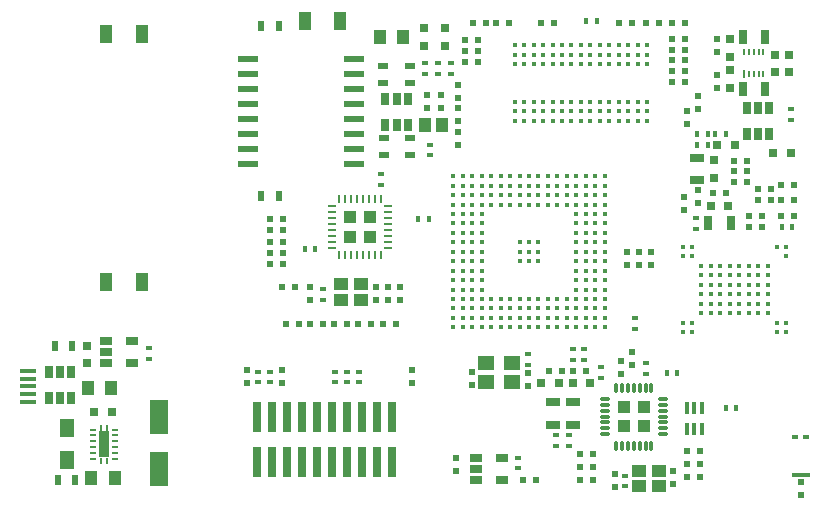
<source format=gbr>
G04 #@! TF.FileFunction,Paste,Top*
%FSLAX46Y46*%
G04 Gerber Fmt 4.6, Leading zero omitted, Abs format (unit mm)*
G04 Created by KiCad (PCBNEW 4.0.2-stable) date 2016-06-02 02:45:38*
%MOMM*%
G01*
G04 APERTURE LIST*
%ADD10C,0.100000*%
%ADD11O,0.850000X0.300000*%
%ADD12O,0.300000X0.850000*%
%ADD13R,1.005000X1.005000*%
%ADD14R,0.740000X2.550000*%
%ADD15R,0.600000X0.400000*%
%ADD16C,0.429260*%
%ADD17R,0.500000X0.600000*%
%ADD18R,0.600000X0.500000*%
%ADD19R,0.800000X0.750000*%
%ADD20R,0.750000X0.800000*%
%ADD21R,1.000000X1.250000*%
%ADD22R,0.797560X0.797560*%
%ADD23R,0.500000X0.900000*%
%ADD24R,0.400000X0.600000*%
%ADD25R,0.650000X1.060000*%
%ADD26R,1.200000X1.000000*%
%ADD27R,1.600200X2.999740*%
%ADD28C,0.400000*%
%ADD29R,0.250000X0.700000*%
%ADD30R,0.700000X0.250000*%
%ADD31R,1.035000X1.035000*%
%ADD32R,1.300000X0.700000*%
%ADD33R,0.700000X1.300000*%
%ADD34R,0.200000X0.650000*%
%ADD35R,0.200000X0.550000*%
%ADD36R,1.000000X1.600000*%
%ADD37R,0.900000X0.500000*%
%ADD38R,1.400000X1.200000*%
%ADD39R,0.500000X0.280000*%
%ADD40R,0.250000X0.600000*%
%ADD41R,0.900000X2.300000*%
%ADD42R,1.200000X1.500000*%
%ADD43R,1.060000X0.650000*%
%ADD44R,1.600000X0.400000*%
%ADD45R,0.350000X1.000000*%
%ADD46R,1.780000X0.620000*%
%ADD47C,0.398780*%
%ADD48R,1.350000X0.400000*%
G04 APERTURE END LIST*
D10*
D11*
X177317951Y-113355283D03*
X177317951Y-113855283D03*
X177317951Y-114355283D03*
X177317951Y-114855283D03*
X177317951Y-115355283D03*
X177317951Y-115855283D03*
X177317951Y-116355283D03*
D12*
X178267951Y-117305283D03*
X178767951Y-117305283D03*
X179267951Y-117305283D03*
X179767951Y-117305283D03*
X180267951Y-117305283D03*
X180767951Y-117305283D03*
X181267951Y-117305283D03*
D11*
X182217951Y-116355283D03*
X182217951Y-115855283D03*
X182217951Y-115355283D03*
X182217951Y-114855283D03*
X182217951Y-114355283D03*
X182217951Y-113855283D03*
X182217951Y-113355283D03*
D12*
X181267951Y-112405283D03*
X180767951Y-112405283D03*
X180267951Y-112405283D03*
X179767951Y-112405283D03*
X179267951Y-112405283D03*
X178767951Y-112405283D03*
X178267951Y-112405283D03*
D13*
X180605451Y-115692783D03*
X180605451Y-114017783D03*
X178930451Y-115692783D03*
X178930451Y-114017783D03*
D14*
X147910000Y-118710000D03*
X147910000Y-114900000D03*
X149180000Y-118710000D03*
X149180000Y-114900000D03*
X150450000Y-118710000D03*
X150450000Y-114900000D03*
X151720000Y-118710000D03*
X151720000Y-114900000D03*
X152990000Y-118710000D03*
X152990000Y-114900000D03*
X154260000Y-118710000D03*
X154260000Y-114900000D03*
X155530000Y-118710000D03*
X155530000Y-114900000D03*
X156800000Y-118710000D03*
X156800000Y-114900000D03*
X158070000Y-118710000D03*
X158070000Y-114900000D03*
X159340000Y-118710000D03*
X159340000Y-114900000D03*
D15*
X175600000Y-109150000D03*
X175600000Y-110050000D03*
D16*
X164501740Y-94501740D03*
X165301840Y-94501740D03*
X166101940Y-94501740D03*
X166902040Y-94501740D03*
X167702140Y-94501740D03*
X168502240Y-94501740D03*
X169302340Y-94501740D03*
X170102440Y-94501740D03*
X170900000Y-94501740D03*
X171697560Y-94501740D03*
X172497660Y-94501740D03*
X173297760Y-94501740D03*
X174097860Y-94501740D03*
X174897960Y-94501740D03*
X175698060Y-94501740D03*
X176498160Y-94501740D03*
X177298260Y-94501740D03*
X164501740Y-95301840D03*
X165301840Y-95301840D03*
X166101940Y-95301840D03*
X166902040Y-95301840D03*
X167702140Y-95301840D03*
X168502240Y-95301840D03*
X169302340Y-95301840D03*
X170102440Y-95301840D03*
X170900000Y-95301840D03*
X171697560Y-95301840D03*
X172497660Y-95301840D03*
X173297760Y-95301840D03*
X174097860Y-95301840D03*
X174897960Y-95301840D03*
X175698060Y-95301840D03*
X176498160Y-95301840D03*
X177298260Y-95301840D03*
X164501740Y-96101940D03*
X165301840Y-96101940D03*
X166101940Y-96101940D03*
X166902040Y-96101940D03*
X167702140Y-96101940D03*
X168502240Y-96101940D03*
X169302340Y-96101940D03*
X170102440Y-96101940D03*
X170900000Y-96101940D03*
X171697560Y-96101940D03*
X172497660Y-96101940D03*
X173297760Y-96101940D03*
X174097860Y-96101940D03*
X174897960Y-96101940D03*
X175698060Y-96101940D03*
X176498160Y-96101940D03*
X177298260Y-96101940D03*
X164501740Y-96902040D03*
X165301840Y-96902040D03*
X166101940Y-96902040D03*
X166902040Y-96902040D03*
X167702140Y-96902040D03*
X168502240Y-96902040D03*
X169302340Y-96902040D03*
X170102440Y-96902040D03*
X170900000Y-96902040D03*
X171697560Y-96902040D03*
X172497660Y-96902040D03*
X173297760Y-96902040D03*
X174097860Y-96902040D03*
X174897960Y-96902040D03*
X175698060Y-96902040D03*
X176498160Y-96902040D03*
X177298260Y-96902040D03*
X164501740Y-97702140D03*
X165301840Y-97702140D03*
X166101940Y-97702140D03*
X166902040Y-97702140D03*
X174897960Y-97702140D03*
X175698060Y-97702140D03*
X176498160Y-97702140D03*
X177298260Y-97702140D03*
X164501740Y-98502240D03*
X165301840Y-98502240D03*
X166101940Y-98502240D03*
X166902040Y-98502240D03*
X174897960Y-98502240D03*
X175698060Y-98502240D03*
X176498160Y-98502240D03*
X177298260Y-98502240D03*
X164501740Y-99302340D03*
X165301840Y-99302340D03*
X166101940Y-99302340D03*
X166902040Y-99302340D03*
X174897960Y-99302340D03*
X175698060Y-99302340D03*
X176498160Y-99302340D03*
X177298260Y-99302340D03*
X164501740Y-100102440D03*
X165301840Y-100102440D03*
X166101940Y-100102440D03*
X166902040Y-100102440D03*
X170102440Y-100102440D03*
X170900000Y-100102440D03*
X171697560Y-100102440D03*
X174897960Y-100102440D03*
X175698060Y-100102440D03*
X176498160Y-100102440D03*
X177298260Y-100102440D03*
X164501740Y-100900000D03*
X165301840Y-100900000D03*
X166101940Y-100900000D03*
X166902040Y-100900000D03*
X170102440Y-100900000D03*
X170900000Y-100900000D03*
X171697560Y-100900000D03*
X174897960Y-100900000D03*
X175698060Y-100900000D03*
X176498160Y-100900000D03*
X177298260Y-100900000D03*
X164501740Y-101697560D03*
X165301840Y-101697560D03*
X166101940Y-101697560D03*
X166902040Y-101697560D03*
X170102440Y-101697560D03*
X170900000Y-101697560D03*
X171697560Y-101697560D03*
X174897960Y-101697560D03*
X175698060Y-101697560D03*
X176498160Y-101697560D03*
X177298260Y-101697560D03*
X164501740Y-102497660D03*
X165301840Y-102497660D03*
X166101940Y-102497660D03*
X166902040Y-102497660D03*
X174897960Y-102497660D03*
X175698060Y-102497660D03*
X176498160Y-102497660D03*
X177298260Y-102497660D03*
X164501740Y-103297760D03*
X165301840Y-103297760D03*
X166101940Y-103297760D03*
X166902040Y-103297760D03*
X174897960Y-103297760D03*
X175698060Y-103297760D03*
X176498160Y-103297760D03*
X177298260Y-103297760D03*
X164501740Y-104097860D03*
X165301840Y-104097860D03*
X166101940Y-104097860D03*
X166902040Y-104097860D03*
X174897960Y-104097860D03*
X175698060Y-104097860D03*
X176498160Y-104097860D03*
X177298260Y-104097860D03*
X164501740Y-104897960D03*
X165301840Y-104897960D03*
X166101940Y-104897960D03*
X166902040Y-104897960D03*
X167702140Y-104897960D03*
X168502240Y-104897960D03*
X169302340Y-104897960D03*
X170102440Y-104897960D03*
X170900000Y-104897960D03*
X171697560Y-104897960D03*
X172497660Y-104897960D03*
X173297760Y-104897960D03*
X174097860Y-104897960D03*
X174897960Y-104897960D03*
X175698060Y-104897960D03*
X176498160Y-104897960D03*
X177298260Y-104897960D03*
X164501740Y-105698060D03*
X165301840Y-105698060D03*
X166101940Y-105698060D03*
X166902040Y-105698060D03*
X167702140Y-105698060D03*
X168502240Y-105698060D03*
X169302340Y-105698060D03*
X170102440Y-105698060D03*
X170900000Y-105698060D03*
X171697560Y-105698060D03*
X172497660Y-105698060D03*
X173297760Y-105698060D03*
X174097860Y-105698060D03*
X174897960Y-105698060D03*
X175698060Y-105698060D03*
X176498160Y-105698060D03*
X177298260Y-105698060D03*
X164501740Y-106498160D03*
X165301840Y-106498160D03*
X166101940Y-106498160D03*
X166902040Y-106498160D03*
X167702140Y-106498160D03*
X168502240Y-106498160D03*
X169302340Y-106498160D03*
X170102440Y-106498160D03*
X170900000Y-106498160D03*
X171697560Y-106498160D03*
X172497660Y-106498160D03*
X173297760Y-106498160D03*
X174097860Y-106498160D03*
X174897960Y-106498160D03*
X175698060Y-106498160D03*
X176498160Y-106498160D03*
X177298260Y-106498160D03*
X164501740Y-107298260D03*
X165301840Y-107298260D03*
X166101940Y-107298260D03*
X166902040Y-107298260D03*
X167702140Y-107298260D03*
X168502240Y-107298260D03*
X169302340Y-107298260D03*
X170102440Y-107298260D03*
X170900000Y-107298260D03*
X171697560Y-107298260D03*
X172497660Y-107298260D03*
X173297760Y-107298260D03*
X174097860Y-107298260D03*
X174897960Y-107298260D03*
X175698060Y-107298260D03*
X176498160Y-107298260D03*
X177298260Y-107298260D03*
D17*
X179200000Y-100950000D03*
X179200000Y-102050000D03*
D18*
X192250000Y-96550000D03*
X193350000Y-96550000D03*
X156450000Y-107000000D03*
X157550000Y-107000000D03*
D17*
X180200000Y-100950000D03*
X180200000Y-102050000D03*
D18*
X190300000Y-96550000D03*
X191400000Y-96550000D03*
D17*
X181200000Y-100950000D03*
X181200000Y-102050000D03*
D18*
X192250000Y-95250000D03*
X193350000Y-95250000D03*
D17*
X185200000Y-95650000D03*
X185200000Y-96750000D03*
D18*
X154400000Y-107000000D03*
X155500000Y-107000000D03*
D19*
X176100000Y-112000000D03*
X174600000Y-112000000D03*
X187775000Y-97000000D03*
X186275000Y-97000000D03*
X173450000Y-112000000D03*
X171950000Y-112000000D03*
D18*
X166150000Y-81500000D03*
X167250000Y-81500000D03*
X152350000Y-107000000D03*
X153450000Y-107000000D03*
X175750000Y-111000000D03*
X174650000Y-111000000D03*
X187575000Y-95925000D03*
X186475000Y-95925000D03*
X173725000Y-111025000D03*
X172625000Y-111025000D03*
X150300000Y-107000000D03*
X151400000Y-107000000D03*
D17*
X164900000Y-87850000D03*
X164900000Y-86750000D03*
D18*
X190300000Y-95550000D03*
X191400000Y-95550000D03*
X158500000Y-107000000D03*
X159600000Y-107000000D03*
D17*
X179650000Y-109400000D03*
X179650000Y-110500000D03*
X170800000Y-111125000D03*
X170800000Y-112225000D03*
X166050000Y-112175000D03*
X166050000Y-111075000D03*
X178200000Y-120850000D03*
X178200000Y-119750000D03*
X183100000Y-119450000D03*
X183100000Y-120550000D03*
D20*
X133500000Y-108850000D03*
X133500000Y-110350000D03*
D17*
X164700000Y-118350000D03*
X164700000Y-119450000D03*
D19*
X134100000Y-114450000D03*
X135600000Y-114450000D03*
D21*
X133550000Y-112450000D03*
X135550000Y-112450000D03*
D20*
X192943670Y-84203360D03*
X192943670Y-85703360D03*
D17*
X193894717Y-120417951D03*
X193894717Y-121517951D03*
D20*
X187943670Y-82903360D03*
X187943670Y-84403360D03*
X187943670Y-87003360D03*
X187943670Y-85503360D03*
D21*
X133850000Y-120050000D03*
X135850000Y-120050000D03*
D17*
X186843670Y-82903360D03*
X186843670Y-84003360D03*
X186843670Y-87003360D03*
X186843670Y-85903360D03*
D20*
X191743670Y-84203360D03*
X191743670Y-85703360D03*
D22*
X191550700Y-92500000D03*
X193049300Y-92500000D03*
D23*
X130750000Y-108900000D03*
X132250000Y-108900000D03*
X132500000Y-120200000D03*
X131000000Y-120200000D03*
D24*
X187550000Y-114100000D03*
X188450000Y-114100000D03*
D15*
X193100000Y-89750000D03*
X193100000Y-88850000D03*
X180800000Y-111250000D03*
X180800000Y-110350000D03*
X179000000Y-120750000D03*
X179000000Y-119850000D03*
D24*
X182550000Y-111150000D03*
X183450000Y-111150000D03*
D15*
X138700000Y-109050000D03*
X138700000Y-109950000D03*
D25*
X132150000Y-111100000D03*
X131200000Y-111100000D03*
X130250000Y-111100000D03*
X130250000Y-113300000D03*
X132150000Y-113300000D03*
X131200000Y-113300000D03*
D26*
X180250000Y-120750000D03*
X181950000Y-120750000D03*
X181950000Y-119450000D03*
X180250000Y-119450000D03*
D17*
X184250000Y-90050000D03*
X184250000Y-88950000D03*
X185250000Y-88800000D03*
X185250000Y-87700000D03*
D18*
X183050000Y-82900000D03*
X184150000Y-82900000D03*
X165500000Y-83000000D03*
X166600000Y-83000000D03*
D19*
X186850000Y-91900000D03*
X188350000Y-91900000D03*
D18*
X183050000Y-86500000D03*
X184150000Y-86500000D03*
X183050000Y-85600000D03*
X184150000Y-85600000D03*
X183050000Y-83800000D03*
X184150000Y-83800000D03*
D20*
X186600000Y-94650000D03*
X186600000Y-93150000D03*
D18*
X165450000Y-83900000D03*
X166550000Y-83900000D03*
X183050000Y-84700000D03*
X184150000Y-84700000D03*
X180850000Y-81500000D03*
X181950000Y-81500000D03*
X183050000Y-81500000D03*
X184150000Y-81500000D03*
X165450000Y-84800000D03*
X166550000Y-84800000D03*
X189550000Y-97900000D03*
X190650000Y-97900000D03*
X189550000Y-98800000D03*
X190650000Y-98800000D03*
X192250000Y-97900000D03*
X193350000Y-97900000D03*
D15*
X179850000Y-106500000D03*
X179850000Y-107400000D03*
D24*
X193200000Y-98800000D03*
X192300000Y-98800000D03*
D15*
X174300000Y-116450000D03*
X174300000Y-117350000D03*
X185000000Y-98050000D03*
X185000000Y-98950000D03*
X173200000Y-116450000D03*
X173200000Y-117350000D03*
X177000000Y-110650000D03*
X177000000Y-111550000D03*
X170800000Y-110450000D03*
X170800000Y-109550000D03*
D24*
X185150000Y-90900000D03*
X186050000Y-90900000D03*
X186650000Y-90900000D03*
X187550000Y-90900000D03*
X185150000Y-91900000D03*
X186050000Y-91900000D03*
D27*
X139550000Y-119299640D03*
X139550000Y-114900360D03*
D28*
X192700000Y-100500000D03*
X192700000Y-101300000D03*
X192700000Y-106900000D03*
X192700000Y-107700000D03*
X191900000Y-100500000D03*
X191900000Y-106900000D03*
X191900000Y-107700000D03*
X191100000Y-102100000D03*
X191100000Y-102900000D03*
X191100000Y-103700000D03*
X191100000Y-104500000D03*
X191100000Y-105300000D03*
X191100000Y-106100000D03*
X190300000Y-102100000D03*
X190300000Y-102900000D03*
X190300000Y-103700000D03*
X190300000Y-104500000D03*
X190300000Y-105300000D03*
X190300000Y-106100000D03*
X189500000Y-102100000D03*
X189500000Y-102900000D03*
X189500000Y-103700000D03*
X189500000Y-104500000D03*
X189500000Y-105300000D03*
X189500000Y-106100000D03*
X188700000Y-102100000D03*
X188700000Y-102900000D03*
X188700000Y-103700000D03*
X188700000Y-104500000D03*
X188700000Y-105300000D03*
X188700000Y-106100000D03*
X187900000Y-102100000D03*
X187900000Y-102900000D03*
X187900000Y-103700000D03*
X187900000Y-104500000D03*
X187900000Y-105300000D03*
X187900000Y-106100000D03*
X187100000Y-102100000D03*
X187100000Y-102900000D03*
X187100000Y-103700000D03*
X187100000Y-104500000D03*
X187100000Y-105300000D03*
X187100000Y-106100000D03*
X186300000Y-102100000D03*
X186300000Y-102900000D03*
X186300000Y-103700000D03*
X186300000Y-104500000D03*
X186300000Y-105300000D03*
X186300000Y-106100000D03*
X185500000Y-102100000D03*
X185500000Y-102900000D03*
X185500000Y-103700000D03*
X185500000Y-104500000D03*
X185500000Y-105300000D03*
X185500000Y-106100000D03*
X184700000Y-100500000D03*
X184700000Y-101300000D03*
X184700000Y-106900000D03*
X184700000Y-107700000D03*
X183900000Y-100500000D03*
X183900000Y-101300000D03*
X183900000Y-106900000D03*
X183900000Y-107700000D03*
D29*
X154850000Y-101200000D03*
X155350000Y-101200000D03*
X155850000Y-101200000D03*
X156350000Y-101200000D03*
X156850000Y-101200000D03*
X157350000Y-101200000D03*
X157850000Y-101200000D03*
X158350000Y-101200000D03*
D30*
X159000000Y-100550000D03*
X159000000Y-100050000D03*
X159000000Y-99550000D03*
X159000000Y-99050000D03*
X159000000Y-98550000D03*
X159000000Y-98050000D03*
X159000000Y-97550000D03*
X159000000Y-97050000D03*
D29*
X158350000Y-96400000D03*
X157850000Y-96400000D03*
X157350000Y-96400000D03*
X156850000Y-96400000D03*
X156350000Y-96400000D03*
X155850000Y-96400000D03*
X155350000Y-96400000D03*
X154850000Y-96400000D03*
D30*
X154200000Y-97050000D03*
X154200000Y-97550000D03*
X154200000Y-98050000D03*
X154200000Y-98550000D03*
X154200000Y-99050000D03*
X154200000Y-99550000D03*
X154200000Y-100050000D03*
X154200000Y-100550000D03*
D31*
X157462500Y-97937500D03*
X155737500Y-97937500D03*
X157462500Y-99662500D03*
X155737500Y-99662500D03*
D32*
X174600000Y-115550000D03*
X174600000Y-113650000D03*
D33*
X186100000Y-98425000D03*
X188000000Y-98425000D03*
D32*
X172900000Y-115550000D03*
X172900000Y-113650000D03*
D33*
X190893670Y-87153360D03*
X188993670Y-87153360D03*
X190893670Y-82753360D03*
X188993670Y-82753360D03*
D32*
X185100000Y-94850000D03*
X185100000Y-92950000D03*
D34*
X189143670Y-85828360D03*
D35*
X189543670Y-85878360D03*
X189943670Y-85878360D03*
X190343670Y-85878360D03*
X190743670Y-85878360D03*
X190743670Y-84028360D03*
X190343670Y-84028360D03*
X189943670Y-84028360D03*
X189543670Y-84028360D03*
X189143670Y-84028360D03*
D18*
X184250000Y-117800000D03*
X185350000Y-117800000D03*
X175250000Y-119100000D03*
X176350000Y-119100000D03*
X175250000Y-120200000D03*
X176350000Y-120200000D03*
X184250000Y-120000000D03*
X185350000Y-120000000D03*
X175250000Y-118000000D03*
X176350000Y-118000000D03*
D17*
X178700000Y-111250000D03*
X178700000Y-110150000D03*
D18*
X184250000Y-118900000D03*
X185350000Y-118900000D03*
D17*
X164900000Y-90750000D03*
X164900000Y-91850000D03*
X164900000Y-88750000D03*
X164900000Y-89850000D03*
X184000000Y-97350000D03*
X184000000Y-96250000D03*
D18*
X171950000Y-81500000D03*
X173050000Y-81500000D03*
X178550000Y-81500000D03*
X179650000Y-81500000D03*
X168150000Y-81500000D03*
X169250000Y-81500000D03*
X188250000Y-94100000D03*
X189350000Y-94100000D03*
X188250000Y-93200000D03*
X189350000Y-93200000D03*
X188250000Y-95000000D03*
X189350000Y-95000000D03*
X149000000Y-100050000D03*
X150100000Y-100050000D03*
X150000000Y-103850000D03*
X151100000Y-103850000D03*
X149000000Y-101000000D03*
X150100000Y-101000000D03*
X149000000Y-101950000D03*
X150100000Y-101950000D03*
X149000000Y-99100000D03*
X150100000Y-99100000D03*
X149000000Y-98150000D03*
X150100000Y-98150000D03*
D17*
X157950000Y-103850000D03*
X157950000Y-104950000D03*
X152400000Y-104950000D03*
X152400000Y-103850000D03*
X159000000Y-103850000D03*
X159000000Y-104950000D03*
X160000000Y-103850000D03*
X160000000Y-104950000D03*
D36*
X151900000Y-81400000D03*
X154900000Y-81400000D03*
X135100000Y-103500000D03*
X138100000Y-103500000D03*
X135100000Y-82500000D03*
X138100000Y-82500000D03*
D24*
X152800000Y-100700000D03*
X151900000Y-100700000D03*
D37*
X160800000Y-92750000D03*
X160800000Y-91250000D03*
D15*
X153500000Y-104050000D03*
X153500000Y-104950000D03*
D37*
X158600000Y-92750000D03*
X158600000Y-91250000D03*
X158500000Y-85150000D03*
X158500000Y-86650000D03*
X160800000Y-85150000D03*
X160800000Y-86650000D03*
D23*
X149750000Y-96200000D03*
X148250000Y-96200000D03*
X149750000Y-81800000D03*
X148250000Y-81800000D03*
D26*
X154950000Y-104950000D03*
X156650000Y-104950000D03*
X156650000Y-103650000D03*
X154950000Y-103650000D03*
D25*
X160650000Y-88000000D03*
X159700000Y-88000000D03*
X158750000Y-88000000D03*
X158750000Y-90200000D03*
X160650000Y-90200000D03*
X159700000Y-90200000D03*
D24*
X161500000Y-98100000D03*
X162400000Y-98100000D03*
D15*
X158350000Y-95250000D03*
X158350000Y-94350000D03*
X162550000Y-92750000D03*
X162550000Y-91850000D03*
D38*
X169500000Y-110325000D03*
X167300000Y-110325000D03*
X167300000Y-111925000D03*
X169500000Y-111925000D03*
D39*
X133950000Y-115950000D03*
X133950000Y-116450000D03*
X133950000Y-116950000D03*
X133950000Y-117450000D03*
X133950000Y-117950000D03*
X133950000Y-118450000D03*
X135850000Y-118450000D03*
X135850000Y-117950000D03*
X135850000Y-117450000D03*
X135850000Y-116950000D03*
X135850000Y-116450000D03*
X135850000Y-115950000D03*
D40*
X135150000Y-118600000D03*
X134650000Y-118600000D03*
X135150000Y-115800000D03*
X134650000Y-115800000D03*
D41*
X134900000Y-117200000D03*
D42*
X131750000Y-115850000D03*
X131750000Y-118550000D03*
D17*
X162275000Y-88700000D03*
X162275000Y-87600000D03*
X163425000Y-88700000D03*
X163425000Y-87600000D03*
D21*
X162075000Y-90150000D03*
X163575000Y-90150000D03*
D17*
X161000000Y-112050000D03*
X161000000Y-110950000D03*
X150000000Y-112050000D03*
X150000000Y-110950000D03*
X147000000Y-112050000D03*
X147000000Y-110950000D03*
D15*
X162100000Y-85850000D03*
X162100000Y-84950000D03*
X163200000Y-85850000D03*
X163200000Y-84950000D03*
X164300000Y-85850000D03*
X164300000Y-84950000D03*
X156500000Y-111050000D03*
X156500000Y-111950000D03*
X155500000Y-111050000D03*
X155500000Y-111950000D03*
X154500000Y-111050000D03*
X154500000Y-111950000D03*
X149000000Y-111950000D03*
X149000000Y-111050000D03*
X148000000Y-111950000D03*
X148000000Y-111050000D03*
X174600000Y-109150000D03*
X174600000Y-110050000D03*
X170000000Y-119250000D03*
X170000000Y-118350000D03*
D43*
X166400000Y-118350000D03*
X166400000Y-119300000D03*
X166400000Y-120250000D03*
X168600000Y-120250000D03*
X168600000Y-118350000D03*
D18*
X170400000Y-120200000D03*
X171500000Y-120200000D03*
D15*
X194394717Y-116567951D03*
X193394717Y-116567951D03*
D44*
X193894717Y-119767951D03*
D24*
X176650000Y-81400000D03*
X175750000Y-81400000D03*
D43*
X135100000Y-108450000D03*
X135100000Y-109400000D03*
X135100000Y-110350000D03*
X137300000Y-110350000D03*
X137300000Y-108450000D03*
D21*
X158250000Y-82700000D03*
X160250000Y-82700000D03*
D22*
X162000000Y-81950700D03*
X162000000Y-83449300D03*
X163800000Y-81950700D03*
X163800000Y-83449300D03*
D45*
X185550000Y-114100000D03*
X184900000Y-114100000D03*
X184250000Y-114100000D03*
X184250000Y-115900000D03*
X184900000Y-115900000D03*
X185550000Y-115900000D03*
D25*
X189350000Y-90900000D03*
X190300000Y-90900000D03*
X191250000Y-90900000D03*
X191250000Y-88700000D03*
X189350000Y-88700000D03*
X190300000Y-88700000D03*
D46*
X156110000Y-93445000D03*
X156110000Y-92175000D03*
X156110000Y-90905000D03*
X156110000Y-89635000D03*
X156110000Y-88365000D03*
X156110000Y-87095000D03*
X156110000Y-85825000D03*
X156110000Y-84555000D03*
X147090000Y-84555000D03*
X147090000Y-85825000D03*
X147090000Y-87095000D03*
X147090000Y-88365000D03*
X147090000Y-89635000D03*
X147090000Y-90905000D03*
X147090000Y-92175000D03*
X147090000Y-93445000D03*
D47*
X169699300Y-89800400D03*
X169699300Y-89000300D03*
X169699300Y-88200200D03*
X169699300Y-84999800D03*
X169699300Y-84199700D03*
X169699300Y-83399600D03*
X170499400Y-89800400D03*
X171299500Y-89800400D03*
X172099600Y-89800400D03*
X172897160Y-89800400D03*
X173697260Y-89800400D03*
X174497360Y-89800400D03*
X175297460Y-89800400D03*
X175297460Y-89000300D03*
X175297460Y-88200200D03*
X175300000Y-85002340D03*
X175300000Y-84202240D03*
X175300000Y-83402140D03*
X174499900Y-83402140D03*
X173699800Y-83402140D03*
X172899700Y-83402140D03*
X172102140Y-83402140D03*
X171302040Y-83402140D03*
X170501940Y-83402140D03*
X172099600Y-88200200D03*
X172897160Y-88200200D03*
X172899700Y-85002340D03*
X172102140Y-85002340D03*
X171302040Y-85002340D03*
X171299500Y-88200200D03*
X171299500Y-89000300D03*
X172099600Y-89000300D03*
X172897160Y-89000300D03*
X173697260Y-89000300D03*
X174497360Y-89000300D03*
X174497360Y-88200200D03*
X173697260Y-88200200D03*
X173699800Y-85002340D03*
X174499900Y-85002340D03*
X174499900Y-84202240D03*
X173699800Y-84202240D03*
X172899700Y-84202240D03*
X172102140Y-84202240D03*
X171302040Y-84202240D03*
X170501940Y-84202240D03*
X170501940Y-85002340D03*
X170499400Y-88200200D03*
X170499400Y-89000300D03*
X180900700Y-89800400D03*
X180900700Y-83399600D03*
X176100100Y-89800400D03*
X176100100Y-89000300D03*
X176100100Y-88200200D03*
X176100100Y-84999800D03*
X176100100Y-84199700D03*
X176100100Y-83399600D03*
X176900200Y-89800400D03*
X176900200Y-89000300D03*
X176900200Y-88200200D03*
X176900200Y-84999800D03*
X176900200Y-84199700D03*
X176900200Y-83399600D03*
X177700300Y-89800400D03*
X177700300Y-89000300D03*
X177700300Y-88200200D03*
X177700300Y-84999800D03*
X177700300Y-84199700D03*
X177700300Y-83399600D03*
X178500400Y-89800400D03*
X178500400Y-89000300D03*
X178500400Y-88200200D03*
X178500400Y-84999800D03*
X178500400Y-84199700D03*
X178500400Y-83399600D03*
X179300500Y-89800400D03*
X179300500Y-89000300D03*
X179300500Y-88200200D03*
X179300500Y-84999800D03*
X179300500Y-84199700D03*
X179300500Y-83399600D03*
X180100600Y-89800400D03*
X180100600Y-89000300D03*
X180100600Y-88200200D03*
X180100600Y-84999800D03*
X180100600Y-84199700D03*
X180100600Y-83399600D03*
X180900700Y-89000300D03*
X180900700Y-88200200D03*
X180900700Y-84999800D03*
X180900700Y-84199700D03*
D48*
X128462540Y-110999100D03*
X128462540Y-111649100D03*
X128462540Y-112299100D03*
X128462540Y-112949100D03*
X128462540Y-113599100D03*
M02*

</source>
